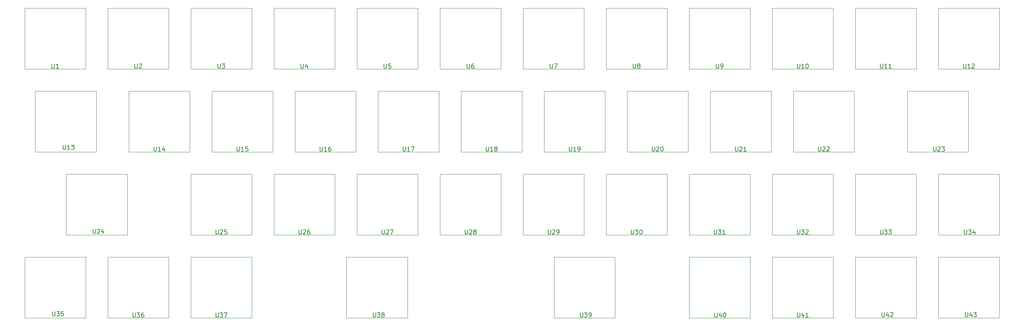
<source format=gbr>
%TF.GenerationSoftware,KiCad,Pcbnew,(5.1.10)-1*%
%TF.CreationDate,2021-09-02T23:13:25-06:00*%
%TF.ProjectId,MX43,4d583433-2e6b-4696-9361-645f70636258,rev?*%
%TF.SameCoordinates,Original*%
%TF.FileFunction,Legend,Top*%
%TF.FilePolarity,Positive*%
%FSLAX46Y46*%
G04 Gerber Fmt 4.6, Leading zero omitted, Abs format (unit mm)*
G04 Created by KiCad (PCBNEW (5.1.10)-1) date 2021-09-02 23:13:25*
%MOMM*%
%LPD*%
G01*
G04 APERTURE LIST*
%ADD10C,0.120000*%
%ADD11C,0.150000*%
G04 APERTURE END LIST*
D10*
%TO.C,U39*%
X175372000Y-109840000D02*
X189372000Y-109840000D01*
X175372000Y-123840000D02*
X175372000Y-109840000D01*
X189372000Y-123840000D02*
X175372000Y-123840000D01*
X189372000Y-123840000D02*
X189372000Y-109840000D01*
%TO.C,U18*%
X154036000Y-71740000D02*
X168036000Y-71740000D01*
X154036000Y-85740000D02*
X154036000Y-71740000D01*
X168036000Y-85740000D02*
X154036000Y-85740000D01*
X168036000Y-85740000D02*
X168036000Y-71740000D01*
%TO.C,U13*%
X70373000Y-85740000D02*
X70373000Y-71740000D01*
X70373000Y-85740000D02*
X56373000Y-85740000D01*
X56373000Y-85740000D02*
X56373000Y-71740000D01*
X56373000Y-71740000D02*
X70373000Y-71740000D01*
%TO.C,U20*%
X192136000Y-71740000D02*
X206136000Y-71740000D01*
X192136000Y-85740000D02*
X192136000Y-71740000D01*
X206136000Y-85740000D02*
X192136000Y-85740000D01*
X206136000Y-85740000D02*
X206136000Y-71740000D01*
%TO.C,U21*%
X211186000Y-71740000D02*
X225186000Y-71740000D01*
X211186000Y-85740000D02*
X211186000Y-71740000D01*
X225186000Y-85740000D02*
X211186000Y-85740000D01*
X225186000Y-85740000D02*
X225186000Y-71740000D01*
%TO.C,U34*%
X263510000Y-90790000D02*
X277510000Y-90790000D01*
X263510000Y-104790000D02*
X263510000Y-90790000D01*
X277510000Y-104790000D02*
X263510000Y-104790000D01*
X277510000Y-104790000D02*
X277510000Y-90790000D01*
%TO.C,U43*%
X263510000Y-109840000D02*
X277510000Y-109840000D01*
X263510000Y-123840000D02*
X263510000Y-109840000D01*
X277510000Y-123840000D02*
X263510000Y-123840000D01*
X277510000Y-123840000D02*
X277510000Y-109840000D01*
%TO.C,U40*%
X206360000Y-109840000D02*
X220360000Y-109840000D01*
X206360000Y-123840000D02*
X206360000Y-109840000D01*
X220360000Y-123840000D02*
X206360000Y-123840000D01*
X220360000Y-123840000D02*
X220360000Y-109840000D01*
%TO.C,U38*%
X127747000Y-109840000D02*
X141747000Y-109840000D01*
X127747000Y-123840000D02*
X127747000Y-109840000D01*
X141747000Y-123840000D02*
X127747000Y-123840000D01*
X141747000Y-123840000D02*
X141747000Y-109840000D01*
%TO.C,U35*%
X53960000Y-109840000D02*
X67960000Y-109840000D01*
X53960000Y-123840000D02*
X53960000Y-109840000D01*
X67960000Y-123840000D02*
X53960000Y-123840000D01*
X67960000Y-123840000D02*
X67960000Y-109840000D01*
%TO.C,U24*%
X63485000Y-90790000D02*
X77485000Y-90790000D01*
X63485000Y-104790000D02*
X63485000Y-90790000D01*
X77485000Y-104790000D02*
X63485000Y-104790000D01*
X77485000Y-104790000D02*
X77485000Y-90790000D01*
%TO.C,U42*%
X258460000Y-123840000D02*
X258460000Y-109840000D01*
X258460000Y-123840000D02*
X244460000Y-123840000D01*
X244460000Y-123840000D02*
X244460000Y-109840000D01*
X244460000Y-109840000D02*
X258460000Y-109840000D01*
%TO.C,U23*%
X270398000Y-85740000D02*
X270398000Y-71740000D01*
X270398000Y-85740000D02*
X256398000Y-85740000D01*
X256398000Y-85740000D02*
X256398000Y-71740000D01*
X256398000Y-71740000D02*
X270398000Y-71740000D01*
%TO.C,U41*%
X225410000Y-109840000D02*
X239410000Y-109840000D01*
X225410000Y-123840000D02*
X225410000Y-109840000D01*
X239410000Y-123840000D02*
X225410000Y-123840000D01*
X239410000Y-123840000D02*
X239410000Y-109840000D01*
%TO.C,U37*%
X92060000Y-109840000D02*
X106060000Y-109840000D01*
X92060000Y-123840000D02*
X92060000Y-109840000D01*
X106060000Y-123840000D02*
X92060000Y-123840000D01*
X106060000Y-123840000D02*
X106060000Y-109840000D01*
%TO.C,U36*%
X73010000Y-109840000D02*
X87010000Y-109840000D01*
X73010000Y-123840000D02*
X73010000Y-109840000D01*
X87010000Y-123840000D02*
X73010000Y-123840000D01*
X87010000Y-123840000D02*
X87010000Y-109840000D01*
%TO.C,U33*%
X244460000Y-90790000D02*
X258460000Y-90790000D01*
X244460000Y-104790000D02*
X244460000Y-90790000D01*
X258460000Y-104790000D02*
X244460000Y-104790000D01*
X258460000Y-104790000D02*
X258460000Y-90790000D01*
%TO.C,U32*%
X225410000Y-90790000D02*
X239410000Y-90790000D01*
X225410000Y-104790000D02*
X225410000Y-90790000D01*
X239410000Y-104790000D02*
X225410000Y-104790000D01*
X239410000Y-104790000D02*
X239410000Y-90790000D01*
%TO.C,U31*%
X206360000Y-90790000D02*
X220360000Y-90790000D01*
X206360000Y-104790000D02*
X206360000Y-90790000D01*
X220360000Y-104790000D02*
X206360000Y-104790000D01*
X220360000Y-104790000D02*
X220360000Y-90790000D01*
%TO.C,U30*%
X187310000Y-90790000D02*
X201310000Y-90790000D01*
X187310000Y-104790000D02*
X187310000Y-90790000D01*
X201310000Y-104790000D02*
X187310000Y-104790000D01*
X201310000Y-104790000D02*
X201310000Y-90790000D01*
%TO.C,U29*%
X168260000Y-90790000D02*
X182260000Y-90790000D01*
X168260000Y-104790000D02*
X168260000Y-90790000D01*
X182260000Y-104790000D02*
X168260000Y-104790000D01*
X182260000Y-104790000D02*
X182260000Y-90790000D01*
%TO.C,U28*%
X149210000Y-90790000D02*
X163210000Y-90790000D01*
X149210000Y-104790000D02*
X149210000Y-90790000D01*
X163210000Y-104790000D02*
X149210000Y-104790000D01*
X163210000Y-104790000D02*
X163210000Y-90790000D01*
%TO.C,U27*%
X130160000Y-90790000D02*
X144160000Y-90790000D01*
X130160000Y-104790000D02*
X130160000Y-90790000D01*
X144160000Y-104790000D02*
X130160000Y-104790000D01*
X144160000Y-104790000D02*
X144160000Y-90790000D01*
%TO.C,U26*%
X111110000Y-90790000D02*
X125110000Y-90790000D01*
X111110000Y-104790000D02*
X111110000Y-90790000D01*
X125110000Y-104790000D02*
X111110000Y-104790000D01*
X125110000Y-104790000D02*
X125110000Y-90790000D01*
%TO.C,U25*%
X92060000Y-90790000D02*
X106060000Y-90790000D01*
X92060000Y-104790000D02*
X92060000Y-90790000D01*
X106060000Y-104790000D02*
X92060000Y-104790000D01*
X106060000Y-104790000D02*
X106060000Y-90790000D01*
%TO.C,U22*%
X230236000Y-71740000D02*
X244236000Y-71740000D01*
X230236000Y-85740000D02*
X230236000Y-71740000D01*
X244236000Y-85740000D02*
X230236000Y-85740000D01*
X244236000Y-85740000D02*
X244236000Y-71740000D01*
%TO.C,U19*%
X173086000Y-71740000D02*
X187086000Y-71740000D01*
X173086000Y-85740000D02*
X173086000Y-71740000D01*
X187086000Y-85740000D02*
X173086000Y-85740000D01*
X187086000Y-85740000D02*
X187086000Y-71740000D01*
%TO.C,U17*%
X134986000Y-71740000D02*
X148986000Y-71740000D01*
X134986000Y-85740000D02*
X134986000Y-71740000D01*
X148986000Y-85740000D02*
X134986000Y-85740000D01*
X148986000Y-85740000D02*
X148986000Y-71740000D01*
%TO.C,U16*%
X115936000Y-71740000D02*
X129936000Y-71740000D01*
X115936000Y-85740000D02*
X115936000Y-71740000D01*
X129936000Y-85740000D02*
X115936000Y-85740000D01*
X129936000Y-85740000D02*
X129936000Y-71740000D01*
%TO.C,U15*%
X96886000Y-71740000D02*
X110886000Y-71740000D01*
X96886000Y-85740000D02*
X96886000Y-71740000D01*
X110886000Y-85740000D02*
X96886000Y-85740000D01*
X110886000Y-85740000D02*
X110886000Y-71740000D01*
%TO.C,U14*%
X77836000Y-71740000D02*
X91836000Y-71740000D01*
X77836000Y-85740000D02*
X77836000Y-71740000D01*
X91836000Y-85740000D02*
X77836000Y-85740000D01*
X91836000Y-85740000D02*
X91836000Y-71740000D01*
%TO.C,U12*%
X263510000Y-52690000D02*
X277510000Y-52690000D01*
X263510000Y-66690000D02*
X263510000Y-52690000D01*
X277510000Y-66690000D02*
X263510000Y-66690000D01*
X277510000Y-66690000D02*
X277510000Y-52690000D01*
%TO.C,U11*%
X244460000Y-52690000D02*
X258460000Y-52690000D01*
X244460000Y-66690000D02*
X244460000Y-52690000D01*
X258460000Y-66690000D02*
X244460000Y-66690000D01*
X258460000Y-66690000D02*
X258460000Y-52690000D01*
%TO.C,U10*%
X225410000Y-52690000D02*
X239410000Y-52690000D01*
X225410000Y-66690000D02*
X225410000Y-52690000D01*
X239410000Y-66690000D02*
X225410000Y-66690000D01*
X239410000Y-66690000D02*
X239410000Y-52690000D01*
%TO.C,U9*%
X206360000Y-52690000D02*
X220360000Y-52690000D01*
X206360000Y-66690000D02*
X206360000Y-52690000D01*
X220360000Y-66690000D02*
X206360000Y-66690000D01*
X220360000Y-66690000D02*
X220360000Y-52690000D01*
%TO.C,U8*%
X187310000Y-52690000D02*
X201310000Y-52690000D01*
X187310000Y-66690000D02*
X187310000Y-52690000D01*
X201310000Y-66690000D02*
X187310000Y-66690000D01*
X201310000Y-66690000D02*
X201310000Y-52690000D01*
%TO.C,U7*%
X168260000Y-52690000D02*
X182260000Y-52690000D01*
X168260000Y-66690000D02*
X168260000Y-52690000D01*
X182260000Y-66690000D02*
X168260000Y-66690000D01*
X182260000Y-66690000D02*
X182260000Y-52690000D01*
%TO.C,U6*%
X149210000Y-52690000D02*
X163210000Y-52690000D01*
X149210000Y-66690000D02*
X149210000Y-52690000D01*
X163210000Y-66690000D02*
X149210000Y-66690000D01*
X163210000Y-66690000D02*
X163210000Y-52690000D01*
%TO.C,U5*%
X130160000Y-52690000D02*
X144160000Y-52690000D01*
X130160000Y-66690000D02*
X130160000Y-52690000D01*
X144160000Y-66690000D02*
X130160000Y-66690000D01*
X144160000Y-66690000D02*
X144160000Y-52690000D01*
%TO.C,U4*%
X111110000Y-52690000D02*
X125110000Y-52690000D01*
X111110000Y-66690000D02*
X111110000Y-52690000D01*
X125110000Y-66690000D02*
X111110000Y-66690000D01*
X125110000Y-66690000D02*
X125110000Y-52690000D01*
%TO.C,U3*%
X92060000Y-52690000D02*
X106060000Y-52690000D01*
X92060000Y-66690000D02*
X92060000Y-52690000D01*
X106060000Y-66690000D02*
X92060000Y-66690000D01*
X106060000Y-66690000D02*
X106060000Y-52690000D01*
%TO.C,U2*%
X73010000Y-52690000D02*
X87010000Y-52690000D01*
X73010000Y-66690000D02*
X73010000Y-52690000D01*
X87010000Y-66690000D02*
X73010000Y-66690000D01*
X87010000Y-66690000D02*
X87010000Y-52690000D01*
%TO.C,U1*%
X53960000Y-52690000D02*
X67960000Y-52690000D01*
X53960000Y-66690000D02*
X53960000Y-52690000D01*
X67960000Y-66690000D02*
X53960000Y-66690000D01*
X67960000Y-66690000D02*
X67960000Y-52690000D01*
%TO.C,U39*%
D11*
X181387904Y-122642380D02*
X181387904Y-123451904D01*
X181435523Y-123547142D01*
X181483142Y-123594761D01*
X181578380Y-123642380D01*
X181768857Y-123642380D01*
X181864095Y-123594761D01*
X181911714Y-123547142D01*
X181959333Y-123451904D01*
X181959333Y-122642380D01*
X182340285Y-122642380D02*
X182959333Y-122642380D01*
X182626000Y-123023333D01*
X182768857Y-123023333D01*
X182864095Y-123070952D01*
X182911714Y-123118571D01*
X182959333Y-123213809D01*
X182959333Y-123451904D01*
X182911714Y-123547142D01*
X182864095Y-123594761D01*
X182768857Y-123642380D01*
X182483142Y-123642380D01*
X182387904Y-123594761D01*
X182340285Y-123547142D01*
X183435523Y-123642380D02*
X183626000Y-123642380D01*
X183721238Y-123594761D01*
X183768857Y-123547142D01*
X183864095Y-123404285D01*
X183911714Y-123213809D01*
X183911714Y-122832857D01*
X183864095Y-122737619D01*
X183816476Y-122690000D01*
X183721238Y-122642380D01*
X183530761Y-122642380D01*
X183435523Y-122690000D01*
X183387904Y-122737619D01*
X183340285Y-122832857D01*
X183340285Y-123070952D01*
X183387904Y-123166190D01*
X183435523Y-123213809D01*
X183530761Y-123261428D01*
X183721238Y-123261428D01*
X183816476Y-123213809D01*
X183864095Y-123166190D01*
X183911714Y-123070952D01*
%TO.C,U18*%
X159797904Y-84542380D02*
X159797904Y-85351904D01*
X159845523Y-85447142D01*
X159893142Y-85494761D01*
X159988380Y-85542380D01*
X160178857Y-85542380D01*
X160274095Y-85494761D01*
X160321714Y-85447142D01*
X160369333Y-85351904D01*
X160369333Y-84542380D01*
X161369333Y-85542380D02*
X160797904Y-85542380D01*
X161083619Y-85542380D02*
X161083619Y-84542380D01*
X160988380Y-84685238D01*
X160893142Y-84780476D01*
X160797904Y-84828095D01*
X161940761Y-84970952D02*
X161845523Y-84923333D01*
X161797904Y-84875714D01*
X161750285Y-84780476D01*
X161750285Y-84732857D01*
X161797904Y-84637619D01*
X161845523Y-84590000D01*
X161940761Y-84542380D01*
X162131238Y-84542380D01*
X162226476Y-84590000D01*
X162274095Y-84637619D01*
X162321714Y-84732857D01*
X162321714Y-84780476D01*
X162274095Y-84875714D01*
X162226476Y-84923333D01*
X162131238Y-84970952D01*
X161940761Y-84970952D01*
X161845523Y-85018571D01*
X161797904Y-85066190D01*
X161750285Y-85161428D01*
X161750285Y-85351904D01*
X161797904Y-85447142D01*
X161845523Y-85494761D01*
X161940761Y-85542380D01*
X162131238Y-85542380D01*
X162226476Y-85494761D01*
X162274095Y-85447142D01*
X162321714Y-85351904D01*
X162321714Y-85161428D01*
X162274095Y-85066190D01*
X162226476Y-85018571D01*
X162131238Y-84970952D01*
%TO.C,U13*%
X62769904Y-84161380D02*
X62769904Y-84970904D01*
X62817523Y-85066142D01*
X62865142Y-85113761D01*
X62960380Y-85161380D01*
X63150857Y-85161380D01*
X63246095Y-85113761D01*
X63293714Y-85066142D01*
X63341333Y-84970904D01*
X63341333Y-84161380D01*
X64341333Y-85161380D02*
X63769904Y-85161380D01*
X64055619Y-85161380D02*
X64055619Y-84161380D01*
X63960380Y-84304238D01*
X63865142Y-84399476D01*
X63769904Y-84447095D01*
X64674666Y-84161380D02*
X65293714Y-84161380D01*
X64960380Y-84542333D01*
X65103238Y-84542333D01*
X65198476Y-84589952D01*
X65246095Y-84637571D01*
X65293714Y-84732809D01*
X65293714Y-84970904D01*
X65246095Y-85066142D01*
X65198476Y-85113761D01*
X65103238Y-85161380D01*
X64817523Y-85161380D01*
X64722285Y-85113761D01*
X64674666Y-85066142D01*
%TO.C,U20*%
X197897904Y-84542380D02*
X197897904Y-85351904D01*
X197945523Y-85447142D01*
X197993142Y-85494761D01*
X198088380Y-85542380D01*
X198278857Y-85542380D01*
X198374095Y-85494761D01*
X198421714Y-85447142D01*
X198469333Y-85351904D01*
X198469333Y-84542380D01*
X198897904Y-84637619D02*
X198945523Y-84590000D01*
X199040761Y-84542380D01*
X199278857Y-84542380D01*
X199374095Y-84590000D01*
X199421714Y-84637619D01*
X199469333Y-84732857D01*
X199469333Y-84828095D01*
X199421714Y-84970952D01*
X198850285Y-85542380D01*
X199469333Y-85542380D01*
X200088380Y-84542380D02*
X200183619Y-84542380D01*
X200278857Y-84590000D01*
X200326476Y-84637619D01*
X200374095Y-84732857D01*
X200421714Y-84923333D01*
X200421714Y-85161428D01*
X200374095Y-85351904D01*
X200326476Y-85447142D01*
X200278857Y-85494761D01*
X200183619Y-85542380D01*
X200088380Y-85542380D01*
X199993142Y-85494761D01*
X199945523Y-85447142D01*
X199897904Y-85351904D01*
X199850285Y-85161428D01*
X199850285Y-84923333D01*
X199897904Y-84732857D01*
X199945523Y-84637619D01*
X199993142Y-84590000D01*
X200088380Y-84542380D01*
%TO.C,U21*%
X216947904Y-84542380D02*
X216947904Y-85351904D01*
X216995523Y-85447142D01*
X217043142Y-85494761D01*
X217138380Y-85542380D01*
X217328857Y-85542380D01*
X217424095Y-85494761D01*
X217471714Y-85447142D01*
X217519333Y-85351904D01*
X217519333Y-84542380D01*
X217947904Y-84637619D02*
X217995523Y-84590000D01*
X218090761Y-84542380D01*
X218328857Y-84542380D01*
X218424095Y-84590000D01*
X218471714Y-84637619D01*
X218519333Y-84732857D01*
X218519333Y-84828095D01*
X218471714Y-84970952D01*
X217900285Y-85542380D01*
X218519333Y-85542380D01*
X219471714Y-85542380D02*
X218900285Y-85542380D01*
X219186000Y-85542380D02*
X219186000Y-84542380D01*
X219090761Y-84685238D01*
X218995523Y-84780476D01*
X218900285Y-84828095D01*
%TO.C,U34*%
X269485264Y-103592380D02*
X269485264Y-104401904D01*
X269532883Y-104497142D01*
X269580502Y-104544761D01*
X269675740Y-104592380D01*
X269866217Y-104592380D01*
X269961455Y-104544761D01*
X270009074Y-104497142D01*
X270056693Y-104401904D01*
X270056693Y-103592380D01*
X270437645Y-103592380D02*
X271056693Y-103592380D01*
X270723360Y-103973333D01*
X270866217Y-103973333D01*
X270961455Y-104020952D01*
X271009074Y-104068571D01*
X271056693Y-104163809D01*
X271056693Y-104401904D01*
X271009074Y-104497142D01*
X270961455Y-104544761D01*
X270866217Y-104592380D01*
X270580502Y-104592380D01*
X270485264Y-104544761D01*
X270437645Y-104497142D01*
X271913836Y-103925714D02*
X271913836Y-104592380D01*
X271675740Y-103544761D02*
X271437645Y-104259047D01*
X272056693Y-104259047D01*
%TO.C,U43*%
X269724024Y-122566180D02*
X269724024Y-123375704D01*
X269771643Y-123470942D01*
X269819262Y-123518561D01*
X269914500Y-123566180D01*
X270104977Y-123566180D01*
X270200215Y-123518561D01*
X270247834Y-123470942D01*
X270295453Y-123375704D01*
X270295453Y-122566180D01*
X271200215Y-122899514D02*
X271200215Y-123566180D01*
X270962120Y-122518561D02*
X270724024Y-123232847D01*
X271343072Y-123232847D01*
X271628786Y-122566180D02*
X272247834Y-122566180D01*
X271914500Y-122947133D01*
X272057358Y-122947133D01*
X272152596Y-122994752D01*
X272200215Y-123042371D01*
X272247834Y-123137609D01*
X272247834Y-123375704D01*
X272200215Y-123470942D01*
X272152596Y-123518561D01*
X272057358Y-123566180D01*
X271771643Y-123566180D01*
X271676405Y-123518561D01*
X271628786Y-123470942D01*
%TO.C,U40*%
X212248904Y-122642380D02*
X212248904Y-123451904D01*
X212296523Y-123547142D01*
X212344142Y-123594761D01*
X212439380Y-123642380D01*
X212629857Y-123642380D01*
X212725095Y-123594761D01*
X212772714Y-123547142D01*
X212820333Y-123451904D01*
X212820333Y-122642380D01*
X213725095Y-122975714D02*
X213725095Y-123642380D01*
X213487000Y-122594761D02*
X213248904Y-123309047D01*
X213867952Y-123309047D01*
X214439380Y-122642380D02*
X214534619Y-122642380D01*
X214629857Y-122690000D01*
X214677476Y-122737619D01*
X214725095Y-122832857D01*
X214772714Y-123023333D01*
X214772714Y-123261428D01*
X214725095Y-123451904D01*
X214677476Y-123547142D01*
X214629857Y-123594761D01*
X214534619Y-123642380D01*
X214439380Y-123642380D01*
X214344142Y-123594761D01*
X214296523Y-123547142D01*
X214248904Y-123451904D01*
X214201285Y-123261428D01*
X214201285Y-123023333D01*
X214248904Y-122832857D01*
X214296523Y-122737619D01*
X214344142Y-122690000D01*
X214439380Y-122642380D01*
%TO.C,U38*%
X133889904Y-122642380D02*
X133889904Y-123451904D01*
X133937523Y-123547142D01*
X133985142Y-123594761D01*
X134080380Y-123642380D01*
X134270857Y-123642380D01*
X134366095Y-123594761D01*
X134413714Y-123547142D01*
X134461333Y-123451904D01*
X134461333Y-122642380D01*
X134842285Y-122642380D02*
X135461333Y-122642380D01*
X135128000Y-123023333D01*
X135270857Y-123023333D01*
X135366095Y-123070952D01*
X135413714Y-123118571D01*
X135461333Y-123213809D01*
X135461333Y-123451904D01*
X135413714Y-123547142D01*
X135366095Y-123594761D01*
X135270857Y-123642380D01*
X134985142Y-123642380D01*
X134889904Y-123594761D01*
X134842285Y-123547142D01*
X136032761Y-123070952D02*
X135937523Y-123023333D01*
X135889904Y-122975714D01*
X135842285Y-122880476D01*
X135842285Y-122832857D01*
X135889904Y-122737619D01*
X135937523Y-122690000D01*
X136032761Y-122642380D01*
X136223238Y-122642380D01*
X136318476Y-122690000D01*
X136366095Y-122737619D01*
X136413714Y-122832857D01*
X136413714Y-122880476D01*
X136366095Y-122975714D01*
X136318476Y-123023333D01*
X136223238Y-123070952D01*
X136032761Y-123070952D01*
X135937523Y-123118571D01*
X135889904Y-123166190D01*
X135842285Y-123261428D01*
X135842285Y-123451904D01*
X135889904Y-123547142D01*
X135937523Y-123594761D01*
X136032761Y-123642380D01*
X136223238Y-123642380D01*
X136318476Y-123594761D01*
X136366095Y-123547142D01*
X136413714Y-123451904D01*
X136413714Y-123261428D01*
X136366095Y-123166190D01*
X136318476Y-123118571D01*
X136223238Y-123070952D01*
%TO.C,U35*%
X60356904Y-122398540D02*
X60356904Y-123208064D01*
X60404523Y-123303302D01*
X60452142Y-123350921D01*
X60547380Y-123398540D01*
X60737857Y-123398540D01*
X60833095Y-123350921D01*
X60880714Y-123303302D01*
X60928333Y-123208064D01*
X60928333Y-122398540D01*
X61309285Y-122398540D02*
X61928333Y-122398540D01*
X61595000Y-122779493D01*
X61737857Y-122779493D01*
X61833095Y-122827112D01*
X61880714Y-122874731D01*
X61928333Y-122969969D01*
X61928333Y-123208064D01*
X61880714Y-123303302D01*
X61833095Y-123350921D01*
X61737857Y-123398540D01*
X61452142Y-123398540D01*
X61356904Y-123350921D01*
X61309285Y-123303302D01*
X62833095Y-122398540D02*
X62356904Y-122398540D01*
X62309285Y-122874731D01*
X62356904Y-122827112D01*
X62452142Y-122779493D01*
X62690238Y-122779493D01*
X62785476Y-122827112D01*
X62833095Y-122874731D01*
X62880714Y-122969969D01*
X62880714Y-123208064D01*
X62833095Y-123303302D01*
X62785476Y-123350921D01*
X62690238Y-123398540D01*
X62452142Y-123398540D01*
X62356904Y-123350921D01*
X62309285Y-123303302D01*
%TO.C,U24*%
X69627904Y-103465380D02*
X69627904Y-104274904D01*
X69675523Y-104370142D01*
X69723142Y-104417761D01*
X69818380Y-104465380D01*
X70008857Y-104465380D01*
X70104095Y-104417761D01*
X70151714Y-104370142D01*
X70199333Y-104274904D01*
X70199333Y-103465380D01*
X70627904Y-103560619D02*
X70675523Y-103513000D01*
X70770761Y-103465380D01*
X71008857Y-103465380D01*
X71104095Y-103513000D01*
X71151714Y-103560619D01*
X71199333Y-103655857D01*
X71199333Y-103751095D01*
X71151714Y-103893952D01*
X70580285Y-104465380D01*
X71199333Y-104465380D01*
X72056476Y-103798714D02*
X72056476Y-104465380D01*
X71818380Y-103417761D02*
X71580285Y-104132047D01*
X72199333Y-104132047D01*
%TO.C,U42*%
X250602904Y-122581420D02*
X250602904Y-123390944D01*
X250650523Y-123486182D01*
X250698142Y-123533801D01*
X250793380Y-123581420D01*
X250983857Y-123581420D01*
X251079095Y-123533801D01*
X251126714Y-123486182D01*
X251174333Y-123390944D01*
X251174333Y-122581420D01*
X252079095Y-122914754D02*
X252079095Y-123581420D01*
X251841000Y-122533801D02*
X251602904Y-123248087D01*
X252221952Y-123248087D01*
X252555285Y-122676659D02*
X252602904Y-122629040D01*
X252698142Y-122581420D01*
X252936238Y-122581420D01*
X253031476Y-122629040D01*
X253079095Y-122676659D01*
X253126714Y-122771897D01*
X253126714Y-122867135D01*
X253079095Y-123009992D01*
X252507666Y-123581420D01*
X253126714Y-123581420D01*
%TO.C,U23*%
X262413904Y-84542380D02*
X262413904Y-85351904D01*
X262461523Y-85447142D01*
X262509142Y-85494761D01*
X262604380Y-85542380D01*
X262794857Y-85542380D01*
X262890095Y-85494761D01*
X262937714Y-85447142D01*
X262985333Y-85351904D01*
X262985333Y-84542380D01*
X263413904Y-84637619D02*
X263461523Y-84590000D01*
X263556761Y-84542380D01*
X263794857Y-84542380D01*
X263890095Y-84590000D01*
X263937714Y-84637619D01*
X263985333Y-84732857D01*
X263985333Y-84828095D01*
X263937714Y-84970952D01*
X263366285Y-85542380D01*
X263985333Y-85542380D01*
X264318666Y-84542380D02*
X264937714Y-84542380D01*
X264604380Y-84923333D01*
X264747238Y-84923333D01*
X264842476Y-84970952D01*
X264890095Y-85018571D01*
X264937714Y-85113809D01*
X264937714Y-85351904D01*
X264890095Y-85447142D01*
X264842476Y-85494761D01*
X264747238Y-85542380D01*
X264461523Y-85542380D01*
X264366285Y-85494761D01*
X264318666Y-85447142D01*
%TO.C,U41*%
X231171904Y-122642380D02*
X231171904Y-123451904D01*
X231219523Y-123547142D01*
X231267142Y-123594761D01*
X231362380Y-123642380D01*
X231552857Y-123642380D01*
X231648095Y-123594761D01*
X231695714Y-123547142D01*
X231743333Y-123451904D01*
X231743333Y-122642380D01*
X232648095Y-122975714D02*
X232648095Y-123642380D01*
X232410000Y-122594761D02*
X232171904Y-123309047D01*
X232790952Y-123309047D01*
X233695714Y-123642380D02*
X233124285Y-123642380D01*
X233410000Y-123642380D02*
X233410000Y-122642380D01*
X233314761Y-122785238D01*
X233219523Y-122880476D01*
X233124285Y-122928095D01*
%TO.C,U37*%
X97821904Y-122642380D02*
X97821904Y-123451904D01*
X97869523Y-123547142D01*
X97917142Y-123594761D01*
X98012380Y-123642380D01*
X98202857Y-123642380D01*
X98298095Y-123594761D01*
X98345714Y-123547142D01*
X98393333Y-123451904D01*
X98393333Y-122642380D01*
X98774285Y-122642380D02*
X99393333Y-122642380D01*
X99060000Y-123023333D01*
X99202857Y-123023333D01*
X99298095Y-123070952D01*
X99345714Y-123118571D01*
X99393333Y-123213809D01*
X99393333Y-123451904D01*
X99345714Y-123547142D01*
X99298095Y-123594761D01*
X99202857Y-123642380D01*
X98917142Y-123642380D01*
X98821904Y-123594761D01*
X98774285Y-123547142D01*
X99726666Y-122642380D02*
X100393333Y-122642380D01*
X99964761Y-123642380D01*
%TO.C,U36*%
X78771904Y-122642380D02*
X78771904Y-123451904D01*
X78819523Y-123547142D01*
X78867142Y-123594761D01*
X78962380Y-123642380D01*
X79152857Y-123642380D01*
X79248095Y-123594761D01*
X79295714Y-123547142D01*
X79343333Y-123451904D01*
X79343333Y-122642380D01*
X79724285Y-122642380D02*
X80343333Y-122642380D01*
X80010000Y-123023333D01*
X80152857Y-123023333D01*
X80248095Y-123070952D01*
X80295714Y-123118571D01*
X80343333Y-123213809D01*
X80343333Y-123451904D01*
X80295714Y-123547142D01*
X80248095Y-123594761D01*
X80152857Y-123642380D01*
X79867142Y-123642380D01*
X79771904Y-123594761D01*
X79724285Y-123547142D01*
X81200476Y-122642380D02*
X81010000Y-122642380D01*
X80914761Y-122690000D01*
X80867142Y-122737619D01*
X80771904Y-122880476D01*
X80724285Y-123070952D01*
X80724285Y-123451904D01*
X80771904Y-123547142D01*
X80819523Y-123594761D01*
X80914761Y-123642380D01*
X81105238Y-123642380D01*
X81200476Y-123594761D01*
X81248095Y-123547142D01*
X81295714Y-123451904D01*
X81295714Y-123213809D01*
X81248095Y-123118571D01*
X81200476Y-123070952D01*
X81105238Y-123023333D01*
X80914761Y-123023333D01*
X80819523Y-123070952D01*
X80771904Y-123118571D01*
X80724285Y-123213809D01*
%TO.C,U33*%
X250221904Y-103592380D02*
X250221904Y-104401904D01*
X250269523Y-104497142D01*
X250317142Y-104544761D01*
X250412380Y-104592380D01*
X250602857Y-104592380D01*
X250698095Y-104544761D01*
X250745714Y-104497142D01*
X250793333Y-104401904D01*
X250793333Y-103592380D01*
X251174285Y-103592380D02*
X251793333Y-103592380D01*
X251460000Y-103973333D01*
X251602857Y-103973333D01*
X251698095Y-104020952D01*
X251745714Y-104068571D01*
X251793333Y-104163809D01*
X251793333Y-104401904D01*
X251745714Y-104497142D01*
X251698095Y-104544761D01*
X251602857Y-104592380D01*
X251317142Y-104592380D01*
X251221904Y-104544761D01*
X251174285Y-104497142D01*
X252126666Y-103592380D02*
X252745714Y-103592380D01*
X252412380Y-103973333D01*
X252555238Y-103973333D01*
X252650476Y-104020952D01*
X252698095Y-104068571D01*
X252745714Y-104163809D01*
X252745714Y-104401904D01*
X252698095Y-104497142D01*
X252650476Y-104544761D01*
X252555238Y-104592380D01*
X252269523Y-104592380D01*
X252174285Y-104544761D01*
X252126666Y-104497142D01*
%TO.C,U32*%
X231171904Y-103592380D02*
X231171904Y-104401904D01*
X231219523Y-104497142D01*
X231267142Y-104544761D01*
X231362380Y-104592380D01*
X231552857Y-104592380D01*
X231648095Y-104544761D01*
X231695714Y-104497142D01*
X231743333Y-104401904D01*
X231743333Y-103592380D01*
X232124285Y-103592380D02*
X232743333Y-103592380D01*
X232410000Y-103973333D01*
X232552857Y-103973333D01*
X232648095Y-104020952D01*
X232695714Y-104068571D01*
X232743333Y-104163809D01*
X232743333Y-104401904D01*
X232695714Y-104497142D01*
X232648095Y-104544761D01*
X232552857Y-104592380D01*
X232267142Y-104592380D01*
X232171904Y-104544761D01*
X232124285Y-104497142D01*
X233124285Y-103687619D02*
X233171904Y-103640000D01*
X233267142Y-103592380D01*
X233505238Y-103592380D01*
X233600476Y-103640000D01*
X233648095Y-103687619D01*
X233695714Y-103782857D01*
X233695714Y-103878095D01*
X233648095Y-104020952D01*
X233076666Y-104592380D01*
X233695714Y-104592380D01*
%TO.C,U31*%
X212121904Y-103592380D02*
X212121904Y-104401904D01*
X212169523Y-104497142D01*
X212217142Y-104544761D01*
X212312380Y-104592380D01*
X212502857Y-104592380D01*
X212598095Y-104544761D01*
X212645714Y-104497142D01*
X212693333Y-104401904D01*
X212693333Y-103592380D01*
X213074285Y-103592380D02*
X213693333Y-103592380D01*
X213360000Y-103973333D01*
X213502857Y-103973333D01*
X213598095Y-104020952D01*
X213645714Y-104068571D01*
X213693333Y-104163809D01*
X213693333Y-104401904D01*
X213645714Y-104497142D01*
X213598095Y-104544761D01*
X213502857Y-104592380D01*
X213217142Y-104592380D01*
X213121904Y-104544761D01*
X213074285Y-104497142D01*
X214645714Y-104592380D02*
X214074285Y-104592380D01*
X214360000Y-104592380D02*
X214360000Y-103592380D01*
X214264761Y-103735238D01*
X214169523Y-103830476D01*
X214074285Y-103878095D01*
%TO.C,U30*%
X193071904Y-103592380D02*
X193071904Y-104401904D01*
X193119523Y-104497142D01*
X193167142Y-104544761D01*
X193262380Y-104592380D01*
X193452857Y-104592380D01*
X193548095Y-104544761D01*
X193595714Y-104497142D01*
X193643333Y-104401904D01*
X193643333Y-103592380D01*
X194024285Y-103592380D02*
X194643333Y-103592380D01*
X194310000Y-103973333D01*
X194452857Y-103973333D01*
X194548095Y-104020952D01*
X194595714Y-104068571D01*
X194643333Y-104163809D01*
X194643333Y-104401904D01*
X194595714Y-104497142D01*
X194548095Y-104544761D01*
X194452857Y-104592380D01*
X194167142Y-104592380D01*
X194071904Y-104544761D01*
X194024285Y-104497142D01*
X195262380Y-103592380D02*
X195357619Y-103592380D01*
X195452857Y-103640000D01*
X195500476Y-103687619D01*
X195548095Y-103782857D01*
X195595714Y-103973333D01*
X195595714Y-104211428D01*
X195548095Y-104401904D01*
X195500476Y-104497142D01*
X195452857Y-104544761D01*
X195357619Y-104592380D01*
X195262380Y-104592380D01*
X195167142Y-104544761D01*
X195119523Y-104497142D01*
X195071904Y-104401904D01*
X195024285Y-104211428D01*
X195024285Y-103973333D01*
X195071904Y-103782857D01*
X195119523Y-103687619D01*
X195167142Y-103640000D01*
X195262380Y-103592380D01*
%TO.C,U29*%
X174021904Y-103592380D02*
X174021904Y-104401904D01*
X174069523Y-104497142D01*
X174117142Y-104544761D01*
X174212380Y-104592380D01*
X174402857Y-104592380D01*
X174498095Y-104544761D01*
X174545714Y-104497142D01*
X174593333Y-104401904D01*
X174593333Y-103592380D01*
X175021904Y-103687619D02*
X175069523Y-103640000D01*
X175164761Y-103592380D01*
X175402857Y-103592380D01*
X175498095Y-103640000D01*
X175545714Y-103687619D01*
X175593333Y-103782857D01*
X175593333Y-103878095D01*
X175545714Y-104020952D01*
X174974285Y-104592380D01*
X175593333Y-104592380D01*
X176069523Y-104592380D02*
X176260000Y-104592380D01*
X176355238Y-104544761D01*
X176402857Y-104497142D01*
X176498095Y-104354285D01*
X176545714Y-104163809D01*
X176545714Y-103782857D01*
X176498095Y-103687619D01*
X176450476Y-103640000D01*
X176355238Y-103592380D01*
X176164761Y-103592380D01*
X176069523Y-103640000D01*
X176021904Y-103687619D01*
X175974285Y-103782857D01*
X175974285Y-104020952D01*
X176021904Y-104116190D01*
X176069523Y-104163809D01*
X176164761Y-104211428D01*
X176355238Y-104211428D01*
X176450476Y-104163809D01*
X176498095Y-104116190D01*
X176545714Y-104020952D01*
%TO.C,U28*%
X154971904Y-103592380D02*
X154971904Y-104401904D01*
X155019523Y-104497142D01*
X155067142Y-104544761D01*
X155162380Y-104592380D01*
X155352857Y-104592380D01*
X155448095Y-104544761D01*
X155495714Y-104497142D01*
X155543333Y-104401904D01*
X155543333Y-103592380D01*
X155971904Y-103687619D02*
X156019523Y-103640000D01*
X156114761Y-103592380D01*
X156352857Y-103592380D01*
X156448095Y-103640000D01*
X156495714Y-103687619D01*
X156543333Y-103782857D01*
X156543333Y-103878095D01*
X156495714Y-104020952D01*
X155924285Y-104592380D01*
X156543333Y-104592380D01*
X157114761Y-104020952D02*
X157019523Y-103973333D01*
X156971904Y-103925714D01*
X156924285Y-103830476D01*
X156924285Y-103782857D01*
X156971904Y-103687619D01*
X157019523Y-103640000D01*
X157114761Y-103592380D01*
X157305238Y-103592380D01*
X157400476Y-103640000D01*
X157448095Y-103687619D01*
X157495714Y-103782857D01*
X157495714Y-103830476D01*
X157448095Y-103925714D01*
X157400476Y-103973333D01*
X157305238Y-104020952D01*
X157114761Y-104020952D01*
X157019523Y-104068571D01*
X156971904Y-104116190D01*
X156924285Y-104211428D01*
X156924285Y-104401904D01*
X156971904Y-104497142D01*
X157019523Y-104544761D01*
X157114761Y-104592380D01*
X157305238Y-104592380D01*
X157400476Y-104544761D01*
X157448095Y-104497142D01*
X157495714Y-104401904D01*
X157495714Y-104211428D01*
X157448095Y-104116190D01*
X157400476Y-104068571D01*
X157305238Y-104020952D01*
%TO.C,U27*%
X135921904Y-103592380D02*
X135921904Y-104401904D01*
X135969523Y-104497142D01*
X136017142Y-104544761D01*
X136112380Y-104592380D01*
X136302857Y-104592380D01*
X136398095Y-104544761D01*
X136445714Y-104497142D01*
X136493333Y-104401904D01*
X136493333Y-103592380D01*
X136921904Y-103687619D02*
X136969523Y-103640000D01*
X137064761Y-103592380D01*
X137302857Y-103592380D01*
X137398095Y-103640000D01*
X137445714Y-103687619D01*
X137493333Y-103782857D01*
X137493333Y-103878095D01*
X137445714Y-104020952D01*
X136874285Y-104592380D01*
X137493333Y-104592380D01*
X137826666Y-103592380D02*
X138493333Y-103592380D01*
X138064761Y-104592380D01*
%TO.C,U26*%
X116871904Y-103592380D02*
X116871904Y-104401904D01*
X116919523Y-104497142D01*
X116967142Y-104544761D01*
X117062380Y-104592380D01*
X117252857Y-104592380D01*
X117348095Y-104544761D01*
X117395714Y-104497142D01*
X117443333Y-104401904D01*
X117443333Y-103592380D01*
X117871904Y-103687619D02*
X117919523Y-103640000D01*
X118014761Y-103592380D01*
X118252857Y-103592380D01*
X118348095Y-103640000D01*
X118395714Y-103687619D01*
X118443333Y-103782857D01*
X118443333Y-103878095D01*
X118395714Y-104020952D01*
X117824285Y-104592380D01*
X118443333Y-104592380D01*
X119300476Y-103592380D02*
X119110000Y-103592380D01*
X119014761Y-103640000D01*
X118967142Y-103687619D01*
X118871904Y-103830476D01*
X118824285Y-104020952D01*
X118824285Y-104401904D01*
X118871904Y-104497142D01*
X118919523Y-104544761D01*
X119014761Y-104592380D01*
X119205238Y-104592380D01*
X119300476Y-104544761D01*
X119348095Y-104497142D01*
X119395714Y-104401904D01*
X119395714Y-104163809D01*
X119348095Y-104068571D01*
X119300476Y-104020952D01*
X119205238Y-103973333D01*
X119014761Y-103973333D01*
X118919523Y-104020952D01*
X118871904Y-104068571D01*
X118824285Y-104163809D01*
%TO.C,U25*%
X97821904Y-103592380D02*
X97821904Y-104401904D01*
X97869523Y-104497142D01*
X97917142Y-104544761D01*
X98012380Y-104592380D01*
X98202857Y-104592380D01*
X98298095Y-104544761D01*
X98345714Y-104497142D01*
X98393333Y-104401904D01*
X98393333Y-103592380D01*
X98821904Y-103687619D02*
X98869523Y-103640000D01*
X98964761Y-103592380D01*
X99202857Y-103592380D01*
X99298095Y-103640000D01*
X99345714Y-103687619D01*
X99393333Y-103782857D01*
X99393333Y-103878095D01*
X99345714Y-104020952D01*
X98774285Y-104592380D01*
X99393333Y-104592380D01*
X100298095Y-103592380D02*
X99821904Y-103592380D01*
X99774285Y-104068571D01*
X99821904Y-104020952D01*
X99917142Y-103973333D01*
X100155238Y-103973333D01*
X100250476Y-104020952D01*
X100298095Y-104068571D01*
X100345714Y-104163809D01*
X100345714Y-104401904D01*
X100298095Y-104497142D01*
X100250476Y-104544761D01*
X100155238Y-104592380D01*
X99917142Y-104592380D01*
X99821904Y-104544761D01*
X99774285Y-104497142D01*
%TO.C,U22*%
X235997904Y-84542380D02*
X235997904Y-85351904D01*
X236045523Y-85447142D01*
X236093142Y-85494761D01*
X236188380Y-85542380D01*
X236378857Y-85542380D01*
X236474095Y-85494761D01*
X236521714Y-85447142D01*
X236569333Y-85351904D01*
X236569333Y-84542380D01*
X236997904Y-84637619D02*
X237045523Y-84590000D01*
X237140761Y-84542380D01*
X237378857Y-84542380D01*
X237474095Y-84590000D01*
X237521714Y-84637619D01*
X237569333Y-84732857D01*
X237569333Y-84828095D01*
X237521714Y-84970952D01*
X236950285Y-85542380D01*
X237569333Y-85542380D01*
X237950285Y-84637619D02*
X237997904Y-84590000D01*
X238093142Y-84542380D01*
X238331238Y-84542380D01*
X238426476Y-84590000D01*
X238474095Y-84637619D01*
X238521714Y-84732857D01*
X238521714Y-84828095D01*
X238474095Y-84970952D01*
X237902666Y-85542380D01*
X238521714Y-85542380D01*
%TO.C,U19*%
X178847904Y-84542380D02*
X178847904Y-85351904D01*
X178895523Y-85447142D01*
X178943142Y-85494761D01*
X179038380Y-85542380D01*
X179228857Y-85542380D01*
X179324095Y-85494761D01*
X179371714Y-85447142D01*
X179419333Y-85351904D01*
X179419333Y-84542380D01*
X180419333Y-85542380D02*
X179847904Y-85542380D01*
X180133619Y-85542380D02*
X180133619Y-84542380D01*
X180038380Y-84685238D01*
X179943142Y-84780476D01*
X179847904Y-84828095D01*
X180895523Y-85542380D02*
X181086000Y-85542380D01*
X181181238Y-85494761D01*
X181228857Y-85447142D01*
X181324095Y-85304285D01*
X181371714Y-85113809D01*
X181371714Y-84732857D01*
X181324095Y-84637619D01*
X181276476Y-84590000D01*
X181181238Y-84542380D01*
X180990761Y-84542380D01*
X180895523Y-84590000D01*
X180847904Y-84637619D01*
X180800285Y-84732857D01*
X180800285Y-84970952D01*
X180847904Y-85066190D01*
X180895523Y-85113809D01*
X180990761Y-85161428D01*
X181181238Y-85161428D01*
X181276476Y-85113809D01*
X181324095Y-85066190D01*
X181371714Y-84970952D01*
%TO.C,U17*%
X140747904Y-84542380D02*
X140747904Y-85351904D01*
X140795523Y-85447142D01*
X140843142Y-85494761D01*
X140938380Y-85542380D01*
X141128857Y-85542380D01*
X141224095Y-85494761D01*
X141271714Y-85447142D01*
X141319333Y-85351904D01*
X141319333Y-84542380D01*
X142319333Y-85542380D02*
X141747904Y-85542380D01*
X142033619Y-85542380D02*
X142033619Y-84542380D01*
X141938380Y-84685238D01*
X141843142Y-84780476D01*
X141747904Y-84828095D01*
X142652666Y-84542380D02*
X143319333Y-84542380D01*
X142890761Y-85542380D01*
%TO.C,U16*%
X121697904Y-84542380D02*
X121697904Y-85351904D01*
X121745523Y-85447142D01*
X121793142Y-85494761D01*
X121888380Y-85542380D01*
X122078857Y-85542380D01*
X122174095Y-85494761D01*
X122221714Y-85447142D01*
X122269333Y-85351904D01*
X122269333Y-84542380D01*
X123269333Y-85542380D02*
X122697904Y-85542380D01*
X122983619Y-85542380D02*
X122983619Y-84542380D01*
X122888380Y-84685238D01*
X122793142Y-84780476D01*
X122697904Y-84828095D01*
X124126476Y-84542380D02*
X123936000Y-84542380D01*
X123840761Y-84590000D01*
X123793142Y-84637619D01*
X123697904Y-84780476D01*
X123650285Y-84970952D01*
X123650285Y-85351904D01*
X123697904Y-85447142D01*
X123745523Y-85494761D01*
X123840761Y-85542380D01*
X124031238Y-85542380D01*
X124126476Y-85494761D01*
X124174095Y-85447142D01*
X124221714Y-85351904D01*
X124221714Y-85113809D01*
X124174095Y-85018571D01*
X124126476Y-84970952D01*
X124031238Y-84923333D01*
X123840761Y-84923333D01*
X123745523Y-84970952D01*
X123697904Y-85018571D01*
X123650285Y-85113809D01*
%TO.C,U15*%
X102647904Y-84542380D02*
X102647904Y-85351904D01*
X102695523Y-85447142D01*
X102743142Y-85494761D01*
X102838380Y-85542380D01*
X103028857Y-85542380D01*
X103124095Y-85494761D01*
X103171714Y-85447142D01*
X103219333Y-85351904D01*
X103219333Y-84542380D01*
X104219333Y-85542380D02*
X103647904Y-85542380D01*
X103933619Y-85542380D02*
X103933619Y-84542380D01*
X103838380Y-84685238D01*
X103743142Y-84780476D01*
X103647904Y-84828095D01*
X105124095Y-84542380D02*
X104647904Y-84542380D01*
X104600285Y-85018571D01*
X104647904Y-84970952D01*
X104743142Y-84923333D01*
X104981238Y-84923333D01*
X105076476Y-84970952D01*
X105124095Y-85018571D01*
X105171714Y-85113809D01*
X105171714Y-85351904D01*
X105124095Y-85447142D01*
X105076476Y-85494761D01*
X104981238Y-85542380D01*
X104743142Y-85542380D01*
X104647904Y-85494761D01*
X104600285Y-85447142D01*
%TO.C,U14*%
X83597904Y-84542380D02*
X83597904Y-85351904D01*
X83645523Y-85447142D01*
X83693142Y-85494761D01*
X83788380Y-85542380D01*
X83978857Y-85542380D01*
X84074095Y-85494761D01*
X84121714Y-85447142D01*
X84169333Y-85351904D01*
X84169333Y-84542380D01*
X85169333Y-85542380D02*
X84597904Y-85542380D01*
X84883619Y-85542380D02*
X84883619Y-84542380D01*
X84788380Y-84685238D01*
X84693142Y-84780476D01*
X84597904Y-84828095D01*
X86026476Y-84875714D02*
X86026476Y-85542380D01*
X85788380Y-84494761D02*
X85550285Y-85209047D01*
X86169333Y-85209047D01*
%TO.C,U12*%
X269271904Y-65492380D02*
X269271904Y-66301904D01*
X269319523Y-66397142D01*
X269367142Y-66444761D01*
X269462380Y-66492380D01*
X269652857Y-66492380D01*
X269748095Y-66444761D01*
X269795714Y-66397142D01*
X269843333Y-66301904D01*
X269843333Y-65492380D01*
X270843333Y-66492380D02*
X270271904Y-66492380D01*
X270557619Y-66492380D02*
X270557619Y-65492380D01*
X270462380Y-65635238D01*
X270367142Y-65730476D01*
X270271904Y-65778095D01*
X271224285Y-65587619D02*
X271271904Y-65540000D01*
X271367142Y-65492380D01*
X271605238Y-65492380D01*
X271700476Y-65540000D01*
X271748095Y-65587619D01*
X271795714Y-65682857D01*
X271795714Y-65778095D01*
X271748095Y-65920952D01*
X271176666Y-66492380D01*
X271795714Y-66492380D01*
%TO.C,U11*%
X250221904Y-65492380D02*
X250221904Y-66301904D01*
X250269523Y-66397142D01*
X250317142Y-66444761D01*
X250412380Y-66492380D01*
X250602857Y-66492380D01*
X250698095Y-66444761D01*
X250745714Y-66397142D01*
X250793333Y-66301904D01*
X250793333Y-65492380D01*
X251793333Y-66492380D02*
X251221904Y-66492380D01*
X251507619Y-66492380D02*
X251507619Y-65492380D01*
X251412380Y-65635238D01*
X251317142Y-65730476D01*
X251221904Y-65778095D01*
X252745714Y-66492380D02*
X252174285Y-66492380D01*
X252460000Y-66492380D02*
X252460000Y-65492380D01*
X252364761Y-65635238D01*
X252269523Y-65730476D01*
X252174285Y-65778095D01*
%TO.C,U10*%
X231171904Y-65492380D02*
X231171904Y-66301904D01*
X231219523Y-66397142D01*
X231267142Y-66444761D01*
X231362380Y-66492380D01*
X231552857Y-66492380D01*
X231648095Y-66444761D01*
X231695714Y-66397142D01*
X231743333Y-66301904D01*
X231743333Y-65492380D01*
X232743333Y-66492380D02*
X232171904Y-66492380D01*
X232457619Y-66492380D02*
X232457619Y-65492380D01*
X232362380Y-65635238D01*
X232267142Y-65730476D01*
X232171904Y-65778095D01*
X233362380Y-65492380D02*
X233457619Y-65492380D01*
X233552857Y-65540000D01*
X233600476Y-65587619D01*
X233648095Y-65682857D01*
X233695714Y-65873333D01*
X233695714Y-66111428D01*
X233648095Y-66301904D01*
X233600476Y-66397142D01*
X233552857Y-66444761D01*
X233457619Y-66492380D01*
X233362380Y-66492380D01*
X233267142Y-66444761D01*
X233219523Y-66397142D01*
X233171904Y-66301904D01*
X233124285Y-66111428D01*
X233124285Y-65873333D01*
X233171904Y-65682857D01*
X233219523Y-65587619D01*
X233267142Y-65540000D01*
X233362380Y-65492380D01*
%TO.C,U9*%
X212598095Y-65492380D02*
X212598095Y-66301904D01*
X212645714Y-66397142D01*
X212693333Y-66444761D01*
X212788571Y-66492380D01*
X212979047Y-66492380D01*
X213074285Y-66444761D01*
X213121904Y-66397142D01*
X213169523Y-66301904D01*
X213169523Y-65492380D01*
X213693333Y-66492380D02*
X213883809Y-66492380D01*
X213979047Y-66444761D01*
X214026666Y-66397142D01*
X214121904Y-66254285D01*
X214169523Y-66063809D01*
X214169523Y-65682857D01*
X214121904Y-65587619D01*
X214074285Y-65540000D01*
X213979047Y-65492380D01*
X213788571Y-65492380D01*
X213693333Y-65540000D01*
X213645714Y-65587619D01*
X213598095Y-65682857D01*
X213598095Y-65920952D01*
X213645714Y-66016190D01*
X213693333Y-66063809D01*
X213788571Y-66111428D01*
X213979047Y-66111428D01*
X214074285Y-66063809D01*
X214121904Y-66016190D01*
X214169523Y-65920952D01*
%TO.C,U8*%
X193548095Y-65492380D02*
X193548095Y-66301904D01*
X193595714Y-66397142D01*
X193643333Y-66444761D01*
X193738571Y-66492380D01*
X193929047Y-66492380D01*
X194024285Y-66444761D01*
X194071904Y-66397142D01*
X194119523Y-66301904D01*
X194119523Y-65492380D01*
X194738571Y-65920952D02*
X194643333Y-65873333D01*
X194595714Y-65825714D01*
X194548095Y-65730476D01*
X194548095Y-65682857D01*
X194595714Y-65587619D01*
X194643333Y-65540000D01*
X194738571Y-65492380D01*
X194929047Y-65492380D01*
X195024285Y-65540000D01*
X195071904Y-65587619D01*
X195119523Y-65682857D01*
X195119523Y-65730476D01*
X195071904Y-65825714D01*
X195024285Y-65873333D01*
X194929047Y-65920952D01*
X194738571Y-65920952D01*
X194643333Y-65968571D01*
X194595714Y-66016190D01*
X194548095Y-66111428D01*
X194548095Y-66301904D01*
X194595714Y-66397142D01*
X194643333Y-66444761D01*
X194738571Y-66492380D01*
X194929047Y-66492380D01*
X195024285Y-66444761D01*
X195071904Y-66397142D01*
X195119523Y-66301904D01*
X195119523Y-66111428D01*
X195071904Y-66016190D01*
X195024285Y-65968571D01*
X194929047Y-65920952D01*
%TO.C,U7*%
X174498095Y-65492380D02*
X174498095Y-66301904D01*
X174545714Y-66397142D01*
X174593333Y-66444761D01*
X174688571Y-66492380D01*
X174879047Y-66492380D01*
X174974285Y-66444761D01*
X175021904Y-66397142D01*
X175069523Y-66301904D01*
X175069523Y-65492380D01*
X175450476Y-65492380D02*
X176117142Y-65492380D01*
X175688571Y-66492380D01*
%TO.C,U6*%
X155448095Y-65492380D02*
X155448095Y-66301904D01*
X155495714Y-66397142D01*
X155543333Y-66444761D01*
X155638571Y-66492380D01*
X155829047Y-66492380D01*
X155924285Y-66444761D01*
X155971904Y-66397142D01*
X156019523Y-66301904D01*
X156019523Y-65492380D01*
X156924285Y-65492380D02*
X156733809Y-65492380D01*
X156638571Y-65540000D01*
X156590952Y-65587619D01*
X156495714Y-65730476D01*
X156448095Y-65920952D01*
X156448095Y-66301904D01*
X156495714Y-66397142D01*
X156543333Y-66444761D01*
X156638571Y-66492380D01*
X156829047Y-66492380D01*
X156924285Y-66444761D01*
X156971904Y-66397142D01*
X157019523Y-66301904D01*
X157019523Y-66063809D01*
X156971904Y-65968571D01*
X156924285Y-65920952D01*
X156829047Y-65873333D01*
X156638571Y-65873333D01*
X156543333Y-65920952D01*
X156495714Y-65968571D01*
X156448095Y-66063809D01*
%TO.C,U5*%
X136398095Y-65492380D02*
X136398095Y-66301904D01*
X136445714Y-66397142D01*
X136493333Y-66444761D01*
X136588571Y-66492380D01*
X136779047Y-66492380D01*
X136874285Y-66444761D01*
X136921904Y-66397142D01*
X136969523Y-66301904D01*
X136969523Y-65492380D01*
X137921904Y-65492380D02*
X137445714Y-65492380D01*
X137398095Y-65968571D01*
X137445714Y-65920952D01*
X137540952Y-65873333D01*
X137779047Y-65873333D01*
X137874285Y-65920952D01*
X137921904Y-65968571D01*
X137969523Y-66063809D01*
X137969523Y-66301904D01*
X137921904Y-66397142D01*
X137874285Y-66444761D01*
X137779047Y-66492380D01*
X137540952Y-66492380D01*
X137445714Y-66444761D01*
X137398095Y-66397142D01*
%TO.C,U4*%
X117348095Y-65492380D02*
X117348095Y-66301904D01*
X117395714Y-66397142D01*
X117443333Y-66444761D01*
X117538571Y-66492380D01*
X117729047Y-66492380D01*
X117824285Y-66444761D01*
X117871904Y-66397142D01*
X117919523Y-66301904D01*
X117919523Y-65492380D01*
X118824285Y-65825714D02*
X118824285Y-66492380D01*
X118586190Y-65444761D02*
X118348095Y-66159047D01*
X118967142Y-66159047D01*
%TO.C,U3*%
X98298095Y-65492380D02*
X98298095Y-66301904D01*
X98345714Y-66397142D01*
X98393333Y-66444761D01*
X98488571Y-66492380D01*
X98679047Y-66492380D01*
X98774285Y-66444761D01*
X98821904Y-66397142D01*
X98869523Y-66301904D01*
X98869523Y-65492380D01*
X99250476Y-65492380D02*
X99869523Y-65492380D01*
X99536190Y-65873333D01*
X99679047Y-65873333D01*
X99774285Y-65920952D01*
X99821904Y-65968571D01*
X99869523Y-66063809D01*
X99869523Y-66301904D01*
X99821904Y-66397142D01*
X99774285Y-66444761D01*
X99679047Y-66492380D01*
X99393333Y-66492380D01*
X99298095Y-66444761D01*
X99250476Y-66397142D01*
%TO.C,U2*%
X79248095Y-65492380D02*
X79248095Y-66301904D01*
X79295714Y-66397142D01*
X79343333Y-66444761D01*
X79438571Y-66492380D01*
X79629047Y-66492380D01*
X79724285Y-66444761D01*
X79771904Y-66397142D01*
X79819523Y-66301904D01*
X79819523Y-65492380D01*
X80248095Y-65587619D02*
X80295714Y-65540000D01*
X80390952Y-65492380D01*
X80629047Y-65492380D01*
X80724285Y-65540000D01*
X80771904Y-65587619D01*
X80819523Y-65682857D01*
X80819523Y-65778095D01*
X80771904Y-65920952D01*
X80200476Y-66492380D01*
X80819523Y-66492380D01*
%TO.C,U1*%
X60198095Y-65492380D02*
X60198095Y-66301904D01*
X60245714Y-66397142D01*
X60293333Y-66444761D01*
X60388571Y-66492380D01*
X60579047Y-66492380D01*
X60674285Y-66444761D01*
X60721904Y-66397142D01*
X60769523Y-66301904D01*
X60769523Y-65492380D01*
X61769523Y-66492380D02*
X61198095Y-66492380D01*
X61483809Y-66492380D02*
X61483809Y-65492380D01*
X61388571Y-65635238D01*
X61293333Y-65730476D01*
X61198095Y-65778095D01*
%TD*%
M02*

</source>
